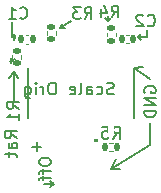
<source format=gbo>
%TF.GenerationSoftware,KiCad,Pcbnew,7.0.7*%
%TF.CreationDate,2023-12-15T10:30:33-05:00*%
%TF.ProjectId,Original Circle FES Device,4f726967-696e-4616-9c20-436972636c65,rev?*%
%TF.SameCoordinates,Original*%
%TF.FileFunction,Legend,Bot*%
%TF.FilePolarity,Positive*%
%FSLAX46Y46*%
G04 Gerber Fmt 4.6, Leading zero omitted, Abs format (unit mm)*
G04 Created by KiCad (PCBNEW 7.0.7) date 2023-12-15 10:30:33*
%MOMM*%
%LPD*%
G01*
G04 APERTURE LIST*
G04 Aperture macros list*
%AMRoundRect*
0 Rectangle with rounded corners*
0 $1 Rounding radius*
0 $2 $3 $4 $5 $6 $7 $8 $9 X,Y pos of 4 corners*
0 Add a 4 corners polygon primitive as box body*
4,1,4,$2,$3,$4,$5,$6,$7,$8,$9,$2,$3,0*
0 Add four circle primitives for the rounded corners*
1,1,$1+$1,$2,$3*
1,1,$1+$1,$4,$5*
1,1,$1+$1,$6,$7*
1,1,$1+$1,$8,$9*
0 Add four rect primitives between the rounded corners*
20,1,$1+$1,$2,$3,$4,$5,0*
20,1,$1+$1,$4,$5,$6,$7,0*
20,1,$1+$1,$6,$7,$8,$9,0*
20,1,$1+$1,$8,$9,$2,$3,0*%
G04 Aperture macros list end*
%ADD10C,0.150000*%
%ADD11C,0.120000*%
%ADD12C,0.152400*%
%ADD13C,1.200000*%
%ADD14C,1.500000*%
%ADD15C,1.600200*%
%ADD16RoundRect,0.140000X0.140000X0.170000X-0.140000X0.170000X-0.140000X-0.170000X0.140000X-0.170000X0*%
%ADD17RoundRect,0.140000X-0.140000X-0.170000X0.140000X-0.170000X0.140000X0.170000X-0.140000X0.170000X0*%
%ADD18RoundRect,0.135000X-0.185000X0.135000X-0.185000X-0.135000X0.185000X-0.135000X0.185000X0.135000X0*%
%ADD19R,0.558800X2.286000*%
%ADD20RoundRect,0.135000X0.185000X-0.135000X0.185000X0.135000X-0.185000X0.135000X-0.185000X-0.135000X0*%
%ADD21RoundRect,0.135000X0.135000X0.185000X-0.135000X0.185000X-0.135000X-0.185000X0.135000X-0.185000X0*%
G04 APERTURE END LIST*
D10*
X120650000Y-113284000D02*
X121412000Y-113284000D01*
X112395000Y-105029000D02*
X112776000Y-105537000D01*
X112268000Y-102108000D02*
X112522000Y-102108000D01*
X116459000Y-100965000D02*
X116332000Y-101346000D01*
X120396000Y-100711000D02*
X120650000Y-100457000D01*
X123952000Y-105664000D02*
X122605800Y-104711500D01*
X112395000Y-107442000D02*
X112395000Y-105029000D01*
X112522000Y-102108000D02*
X112395000Y-101854000D01*
X122605800Y-104711500D02*
X123317000Y-104648000D01*
X114935000Y-114554000D02*
X115824000Y-114554000D01*
X123952000Y-109347000D02*
X123952000Y-111252000D01*
X122936000Y-102108000D02*
X123190000Y-102362000D01*
X123698000Y-102108000D02*
X122936000Y-102108000D01*
X120650000Y-113284000D02*
X121031000Y-112395000D01*
X112395000Y-105029000D02*
X112014000Y-105537000D01*
X116332000Y-101346000D02*
X116713000Y-101346000D01*
X122936000Y-102108000D02*
X123190000Y-101854000D01*
X120396000Y-100711000D02*
X120396000Y-100330000D01*
X115824000Y-114554000D02*
X115443000Y-114300000D01*
X115824000Y-114554000D02*
X115443000Y-114808000D01*
X120396000Y-100711000D02*
X120142000Y-100457000D01*
X112522000Y-102108000D02*
X112395000Y-102362000D01*
X116332000Y-101346000D02*
X116459000Y-100965000D01*
X117221000Y-100711000D02*
X116332000Y-101346000D01*
X112268000Y-100838000D02*
X112268000Y-102108000D01*
X123952000Y-111252000D02*
X120650000Y-113284000D01*
X123698000Y-101473000D02*
X123698000Y-102108000D01*
X123190000Y-101854000D02*
X122936000Y-102108000D01*
X114725220Y-111375866D02*
X113963316Y-111375866D01*
X114344268Y-111756819D02*
X114344268Y-110994914D01*
X114566819Y-112541255D02*
X114566819Y-112731731D01*
X114566819Y-112731731D02*
X114614438Y-112826969D01*
X114614438Y-112826969D02*
X114709676Y-112922207D01*
X114709676Y-112922207D02*
X114900152Y-112969826D01*
X114900152Y-112969826D02*
X115233485Y-112969826D01*
X115233485Y-112969826D02*
X115423961Y-112922207D01*
X115423961Y-112922207D02*
X115519200Y-112826969D01*
X115519200Y-112826969D02*
X115566819Y-112731731D01*
X115566819Y-112731731D02*
X115566819Y-112541255D01*
X115566819Y-112541255D02*
X115519200Y-112446017D01*
X115519200Y-112446017D02*
X115423961Y-112350779D01*
X115423961Y-112350779D02*
X115233485Y-112303160D01*
X115233485Y-112303160D02*
X114900152Y-112303160D01*
X114900152Y-112303160D02*
X114709676Y-112350779D01*
X114709676Y-112350779D02*
X114614438Y-112446017D01*
X114614438Y-112446017D02*
X114566819Y-112541255D01*
X114900152Y-113255541D02*
X114900152Y-113636493D01*
X115566819Y-113398398D02*
X114709676Y-113398398D01*
X114709676Y-113398398D02*
X114614438Y-113446017D01*
X114614438Y-113446017D02*
X114566819Y-113541255D01*
X114566819Y-113541255D02*
X114566819Y-113636493D01*
X114900152Y-113826970D02*
X114900152Y-114207922D01*
X115566819Y-113969827D02*
X114709676Y-113969827D01*
X114709676Y-113969827D02*
X114614438Y-114017446D01*
X114614438Y-114017446D02*
X114566819Y-114112684D01*
X114566819Y-114112684D02*
X114566819Y-114207922D01*
X112645819Y-110636207D02*
X112169628Y-110302874D01*
X112645819Y-110064779D02*
X111645819Y-110064779D01*
X111645819Y-110064779D02*
X111645819Y-110445731D01*
X111645819Y-110445731D02*
X111693438Y-110540969D01*
X111693438Y-110540969D02*
X111741057Y-110588588D01*
X111741057Y-110588588D02*
X111836295Y-110636207D01*
X111836295Y-110636207D02*
X111979152Y-110636207D01*
X111979152Y-110636207D02*
X112074390Y-110588588D01*
X112074390Y-110588588D02*
X112122009Y-110540969D01*
X112122009Y-110540969D02*
X112169628Y-110445731D01*
X112169628Y-110445731D02*
X112169628Y-110064779D01*
X112645819Y-111493350D02*
X112122009Y-111493350D01*
X112122009Y-111493350D02*
X112026771Y-111445731D01*
X112026771Y-111445731D02*
X111979152Y-111350493D01*
X111979152Y-111350493D02*
X111979152Y-111160017D01*
X111979152Y-111160017D02*
X112026771Y-111064779D01*
X112598200Y-111493350D02*
X112645819Y-111398112D01*
X112645819Y-111398112D02*
X112645819Y-111160017D01*
X112645819Y-111160017D02*
X112598200Y-111064779D01*
X112598200Y-111064779D02*
X112502961Y-111017160D01*
X112502961Y-111017160D02*
X112407723Y-111017160D01*
X112407723Y-111017160D02*
X112312485Y-111064779D01*
X112312485Y-111064779D02*
X112264866Y-111160017D01*
X112264866Y-111160017D02*
X112264866Y-111398112D01*
X112264866Y-111398112D02*
X112217247Y-111493350D01*
X111979152Y-111826684D02*
X111979152Y-112207636D01*
X111645819Y-111969541D02*
X112502961Y-111969541D01*
X112502961Y-111969541D02*
X112598200Y-112017160D01*
X112598200Y-112017160D02*
X112645819Y-112112398D01*
X112645819Y-112112398D02*
X112645819Y-112207636D01*
X123504438Y-106778588D02*
X123456819Y-106683350D01*
X123456819Y-106683350D02*
X123456819Y-106540493D01*
X123456819Y-106540493D02*
X123504438Y-106397636D01*
X123504438Y-106397636D02*
X123599676Y-106302398D01*
X123599676Y-106302398D02*
X123694914Y-106254779D01*
X123694914Y-106254779D02*
X123885390Y-106207160D01*
X123885390Y-106207160D02*
X124028247Y-106207160D01*
X124028247Y-106207160D02*
X124218723Y-106254779D01*
X124218723Y-106254779D02*
X124313961Y-106302398D01*
X124313961Y-106302398D02*
X124409200Y-106397636D01*
X124409200Y-106397636D02*
X124456819Y-106540493D01*
X124456819Y-106540493D02*
X124456819Y-106635731D01*
X124456819Y-106635731D02*
X124409200Y-106778588D01*
X124409200Y-106778588D02*
X124361580Y-106826207D01*
X124361580Y-106826207D02*
X124028247Y-106826207D01*
X124028247Y-106826207D02*
X124028247Y-106635731D01*
X124456819Y-107254779D02*
X123456819Y-107254779D01*
X123456819Y-107254779D02*
X124456819Y-107826207D01*
X124456819Y-107826207D02*
X123456819Y-107826207D01*
X124456819Y-108302398D02*
X123456819Y-108302398D01*
X123456819Y-108302398D02*
X123456819Y-108540493D01*
X123456819Y-108540493D02*
X123504438Y-108683350D01*
X123504438Y-108683350D02*
X123599676Y-108778588D01*
X123599676Y-108778588D02*
X123694914Y-108826207D01*
X123694914Y-108826207D02*
X123885390Y-108873826D01*
X123885390Y-108873826D02*
X124028247Y-108873826D01*
X124028247Y-108873826D02*
X124218723Y-108826207D01*
X124218723Y-108826207D02*
X124313961Y-108778588D01*
X124313961Y-108778588D02*
X124409200Y-108683350D01*
X124409200Y-108683350D02*
X124456819Y-108540493D01*
X124456819Y-108540493D02*
X124456819Y-108302398D01*
X120868839Y-106883200D02*
X120725982Y-106930819D01*
X120725982Y-106930819D02*
X120487887Y-106930819D01*
X120487887Y-106930819D02*
X120392649Y-106883200D01*
X120392649Y-106883200D02*
X120345030Y-106835580D01*
X120345030Y-106835580D02*
X120297411Y-106740342D01*
X120297411Y-106740342D02*
X120297411Y-106645104D01*
X120297411Y-106645104D02*
X120345030Y-106549866D01*
X120345030Y-106549866D02*
X120392649Y-106502247D01*
X120392649Y-106502247D02*
X120487887Y-106454628D01*
X120487887Y-106454628D02*
X120678363Y-106407009D01*
X120678363Y-106407009D02*
X120773601Y-106359390D01*
X120773601Y-106359390D02*
X120821220Y-106311771D01*
X120821220Y-106311771D02*
X120868839Y-106216533D01*
X120868839Y-106216533D02*
X120868839Y-106121295D01*
X120868839Y-106121295D02*
X120821220Y-106026057D01*
X120821220Y-106026057D02*
X120773601Y-105978438D01*
X120773601Y-105978438D02*
X120678363Y-105930819D01*
X120678363Y-105930819D02*
X120440268Y-105930819D01*
X120440268Y-105930819D02*
X120297411Y-105978438D01*
X119440268Y-106883200D02*
X119535506Y-106930819D01*
X119535506Y-106930819D02*
X119725982Y-106930819D01*
X119725982Y-106930819D02*
X119821220Y-106883200D01*
X119821220Y-106883200D02*
X119868839Y-106835580D01*
X119868839Y-106835580D02*
X119916458Y-106740342D01*
X119916458Y-106740342D02*
X119916458Y-106454628D01*
X119916458Y-106454628D02*
X119868839Y-106359390D01*
X119868839Y-106359390D02*
X119821220Y-106311771D01*
X119821220Y-106311771D02*
X119725982Y-106264152D01*
X119725982Y-106264152D02*
X119535506Y-106264152D01*
X119535506Y-106264152D02*
X119440268Y-106311771D01*
X118583125Y-106930819D02*
X118583125Y-106407009D01*
X118583125Y-106407009D02*
X118630744Y-106311771D01*
X118630744Y-106311771D02*
X118725982Y-106264152D01*
X118725982Y-106264152D02*
X118916458Y-106264152D01*
X118916458Y-106264152D02*
X119011696Y-106311771D01*
X118583125Y-106883200D02*
X118678363Y-106930819D01*
X118678363Y-106930819D02*
X118916458Y-106930819D01*
X118916458Y-106930819D02*
X119011696Y-106883200D01*
X119011696Y-106883200D02*
X119059315Y-106787961D01*
X119059315Y-106787961D02*
X119059315Y-106692723D01*
X119059315Y-106692723D02*
X119011696Y-106597485D01*
X119011696Y-106597485D02*
X118916458Y-106549866D01*
X118916458Y-106549866D02*
X118678363Y-106549866D01*
X118678363Y-106549866D02*
X118583125Y-106502247D01*
X117964077Y-106930819D02*
X118059315Y-106883200D01*
X118059315Y-106883200D02*
X118106934Y-106787961D01*
X118106934Y-106787961D02*
X118106934Y-105930819D01*
X117202172Y-106883200D02*
X117297410Y-106930819D01*
X117297410Y-106930819D02*
X117487886Y-106930819D01*
X117487886Y-106930819D02*
X117583124Y-106883200D01*
X117583124Y-106883200D02*
X117630743Y-106787961D01*
X117630743Y-106787961D02*
X117630743Y-106407009D01*
X117630743Y-106407009D02*
X117583124Y-106311771D01*
X117583124Y-106311771D02*
X117487886Y-106264152D01*
X117487886Y-106264152D02*
X117297410Y-106264152D01*
X117297410Y-106264152D02*
X117202172Y-106311771D01*
X117202172Y-106311771D02*
X117154553Y-106407009D01*
X117154553Y-106407009D02*
X117154553Y-106502247D01*
X117154553Y-106502247D02*
X117630743Y-106597485D01*
X115773600Y-105930819D02*
X115583124Y-105930819D01*
X115583124Y-105930819D02*
X115487886Y-105978438D01*
X115487886Y-105978438D02*
X115392648Y-106073676D01*
X115392648Y-106073676D02*
X115345029Y-106264152D01*
X115345029Y-106264152D02*
X115345029Y-106597485D01*
X115345029Y-106597485D02*
X115392648Y-106787961D01*
X115392648Y-106787961D02*
X115487886Y-106883200D01*
X115487886Y-106883200D02*
X115583124Y-106930819D01*
X115583124Y-106930819D02*
X115773600Y-106930819D01*
X115773600Y-106930819D02*
X115868838Y-106883200D01*
X115868838Y-106883200D02*
X115964076Y-106787961D01*
X115964076Y-106787961D02*
X116011695Y-106597485D01*
X116011695Y-106597485D02*
X116011695Y-106264152D01*
X116011695Y-106264152D02*
X115964076Y-106073676D01*
X115964076Y-106073676D02*
X115868838Y-105978438D01*
X115868838Y-105978438D02*
X115773600Y-105930819D01*
X114916457Y-106930819D02*
X114916457Y-106264152D01*
X114916457Y-106454628D02*
X114868838Y-106359390D01*
X114868838Y-106359390D02*
X114821219Y-106311771D01*
X114821219Y-106311771D02*
X114725981Y-106264152D01*
X114725981Y-106264152D02*
X114630743Y-106264152D01*
X114297409Y-106930819D02*
X114297409Y-106264152D01*
X114297409Y-105930819D02*
X114345028Y-105978438D01*
X114345028Y-105978438D02*
X114297409Y-106026057D01*
X114297409Y-106026057D02*
X114249790Y-105978438D01*
X114249790Y-105978438D02*
X114297409Y-105930819D01*
X114297409Y-105930819D02*
X114297409Y-106026057D01*
X113392648Y-106264152D02*
X113392648Y-107073676D01*
X113392648Y-107073676D02*
X113440267Y-107168914D01*
X113440267Y-107168914D02*
X113487886Y-107216533D01*
X113487886Y-107216533D02*
X113583124Y-107264152D01*
X113583124Y-107264152D02*
X113725981Y-107264152D01*
X113725981Y-107264152D02*
X113821219Y-107216533D01*
X113392648Y-106883200D02*
X113487886Y-106930819D01*
X113487886Y-106930819D02*
X113678362Y-106930819D01*
X113678362Y-106930819D02*
X113773600Y-106883200D01*
X113773600Y-106883200D02*
X113821219Y-106835580D01*
X113821219Y-106835580D02*
X113868838Y-106740342D01*
X113868838Y-106740342D02*
X113868838Y-106454628D01*
X113868838Y-106454628D02*
X113821219Y-106359390D01*
X113821219Y-106359390D02*
X113773600Y-106311771D01*
X113773600Y-106311771D02*
X113678362Y-106264152D01*
X113678362Y-106264152D02*
X113487886Y-106264152D01*
X113487886Y-106264152D02*
X113392648Y-106311771D01*
X123737666Y-101070580D02*
X123785285Y-101118200D01*
X123785285Y-101118200D02*
X123928142Y-101165819D01*
X123928142Y-101165819D02*
X124023380Y-101165819D01*
X124023380Y-101165819D02*
X124166237Y-101118200D01*
X124166237Y-101118200D02*
X124261475Y-101022961D01*
X124261475Y-101022961D02*
X124309094Y-100927723D01*
X124309094Y-100927723D02*
X124356713Y-100737247D01*
X124356713Y-100737247D02*
X124356713Y-100594390D01*
X124356713Y-100594390D02*
X124309094Y-100403914D01*
X124309094Y-100403914D02*
X124261475Y-100308676D01*
X124261475Y-100308676D02*
X124166237Y-100213438D01*
X124166237Y-100213438D02*
X124023380Y-100165819D01*
X124023380Y-100165819D02*
X123928142Y-100165819D01*
X123928142Y-100165819D02*
X123785285Y-100213438D01*
X123785285Y-100213438D02*
X123737666Y-100261057D01*
X123356713Y-100261057D02*
X123309094Y-100213438D01*
X123309094Y-100213438D02*
X123213856Y-100165819D01*
X123213856Y-100165819D02*
X122975761Y-100165819D01*
X122975761Y-100165819D02*
X122880523Y-100213438D01*
X122880523Y-100213438D02*
X122832904Y-100261057D01*
X122832904Y-100261057D02*
X122785285Y-100356295D01*
X122785285Y-100356295D02*
X122785285Y-100451533D01*
X122785285Y-100451533D02*
X122832904Y-100594390D01*
X122832904Y-100594390D02*
X123404332Y-101165819D01*
X123404332Y-101165819D02*
X122785285Y-101165819D01*
X112942666Y-100435580D02*
X112990285Y-100483200D01*
X112990285Y-100483200D02*
X113133142Y-100530819D01*
X113133142Y-100530819D02*
X113228380Y-100530819D01*
X113228380Y-100530819D02*
X113371237Y-100483200D01*
X113371237Y-100483200D02*
X113466475Y-100387961D01*
X113466475Y-100387961D02*
X113514094Y-100292723D01*
X113514094Y-100292723D02*
X113561713Y-100102247D01*
X113561713Y-100102247D02*
X113561713Y-99959390D01*
X113561713Y-99959390D02*
X113514094Y-99768914D01*
X113514094Y-99768914D02*
X113466475Y-99673676D01*
X113466475Y-99673676D02*
X113371237Y-99578438D01*
X113371237Y-99578438D02*
X113228380Y-99530819D01*
X113228380Y-99530819D02*
X113133142Y-99530819D01*
X113133142Y-99530819D02*
X112990285Y-99578438D01*
X112990285Y-99578438D02*
X112942666Y-99626057D01*
X111990285Y-100530819D02*
X112561713Y-100530819D01*
X112275999Y-100530819D02*
X112275999Y-99530819D01*
X112275999Y-99530819D02*
X112371237Y-99673676D01*
X112371237Y-99673676D02*
X112466475Y-99768914D01*
X112466475Y-99768914D02*
X112561713Y-99816533D01*
X120689666Y-100403819D02*
X121022999Y-99927628D01*
X121261094Y-100403819D02*
X121261094Y-99403819D01*
X121261094Y-99403819D02*
X120880142Y-99403819D01*
X120880142Y-99403819D02*
X120784904Y-99451438D01*
X120784904Y-99451438D02*
X120737285Y-99499057D01*
X120737285Y-99499057D02*
X120689666Y-99594295D01*
X120689666Y-99594295D02*
X120689666Y-99737152D01*
X120689666Y-99737152D02*
X120737285Y-99832390D01*
X120737285Y-99832390D02*
X120784904Y-99880009D01*
X120784904Y-99880009D02*
X120880142Y-99927628D01*
X120880142Y-99927628D02*
X121261094Y-99927628D01*
X119832523Y-99737152D02*
X119832523Y-100403819D01*
X120070618Y-99356200D02*
X120308713Y-100070485D01*
X120308713Y-100070485D02*
X119689666Y-100070485D01*
X112053019Y-104063800D02*
X112291114Y-104063800D01*
X112195876Y-103825705D02*
X112291114Y-104063800D01*
X112291114Y-104063800D02*
X112195876Y-104301895D01*
X112481590Y-103920943D02*
X112291114Y-104063800D01*
X112291114Y-104063800D02*
X112481590Y-104206657D01*
X112053019Y-104063800D02*
X112291114Y-104063800D01*
X112195876Y-103825705D02*
X112291114Y-104063800D01*
X112291114Y-104063800D02*
X112195876Y-104301895D01*
X112481590Y-103920943D02*
X112291114Y-104063800D01*
X112291114Y-104063800D02*
X112481590Y-104206657D01*
X112849819Y-108164333D02*
X112373628Y-107831000D01*
X112849819Y-107592905D02*
X111849819Y-107592905D01*
X111849819Y-107592905D02*
X111849819Y-107973857D01*
X111849819Y-107973857D02*
X111897438Y-108069095D01*
X111897438Y-108069095D02*
X111945057Y-108116714D01*
X111945057Y-108116714D02*
X112040295Y-108164333D01*
X112040295Y-108164333D02*
X112183152Y-108164333D01*
X112183152Y-108164333D02*
X112278390Y-108116714D01*
X112278390Y-108116714D02*
X112326009Y-108069095D01*
X112326009Y-108069095D02*
X112373628Y-107973857D01*
X112373628Y-107973857D02*
X112373628Y-107592905D01*
X112849819Y-109116714D02*
X112849819Y-108545286D01*
X112849819Y-108831000D02*
X111849819Y-108831000D01*
X111849819Y-108831000D02*
X111992676Y-108735762D01*
X111992676Y-108735762D02*
X112087914Y-108640524D01*
X112087914Y-108640524D02*
X112135533Y-108545286D01*
X118403666Y-100530819D02*
X118736999Y-100054628D01*
X118975094Y-100530819D02*
X118975094Y-99530819D01*
X118975094Y-99530819D02*
X118594142Y-99530819D01*
X118594142Y-99530819D02*
X118498904Y-99578438D01*
X118498904Y-99578438D02*
X118451285Y-99626057D01*
X118451285Y-99626057D02*
X118403666Y-99721295D01*
X118403666Y-99721295D02*
X118403666Y-99864152D01*
X118403666Y-99864152D02*
X118451285Y-99959390D01*
X118451285Y-99959390D02*
X118498904Y-100007009D01*
X118498904Y-100007009D02*
X118594142Y-100054628D01*
X118594142Y-100054628D02*
X118975094Y-100054628D01*
X118070332Y-99530819D02*
X117451285Y-99530819D01*
X117451285Y-99530819D02*
X117784618Y-99911771D01*
X117784618Y-99911771D02*
X117641761Y-99911771D01*
X117641761Y-99911771D02*
X117546523Y-99959390D01*
X117546523Y-99959390D02*
X117498904Y-100007009D01*
X117498904Y-100007009D02*
X117451285Y-100102247D01*
X117451285Y-100102247D02*
X117451285Y-100340342D01*
X117451285Y-100340342D02*
X117498904Y-100435580D01*
X117498904Y-100435580D02*
X117546523Y-100483200D01*
X117546523Y-100483200D02*
X117641761Y-100530819D01*
X117641761Y-100530819D02*
X117927475Y-100530819D01*
X117927475Y-100530819D02*
X118022713Y-100483200D01*
X118022713Y-100483200D02*
X118070332Y-100435580D01*
X120816666Y-110663819D02*
X121149999Y-110187628D01*
X121388094Y-110663819D02*
X121388094Y-109663819D01*
X121388094Y-109663819D02*
X121007142Y-109663819D01*
X121007142Y-109663819D02*
X120911904Y-109711438D01*
X120911904Y-109711438D02*
X120864285Y-109759057D01*
X120864285Y-109759057D02*
X120816666Y-109854295D01*
X120816666Y-109854295D02*
X120816666Y-109997152D01*
X120816666Y-109997152D02*
X120864285Y-110092390D01*
X120864285Y-110092390D02*
X120911904Y-110140009D01*
X120911904Y-110140009D02*
X121007142Y-110187628D01*
X121007142Y-110187628D02*
X121388094Y-110187628D01*
X119911904Y-109663819D02*
X120388094Y-109663819D01*
X120388094Y-109663819D02*
X120435713Y-110140009D01*
X120435713Y-110140009D02*
X120388094Y-110092390D01*
X120388094Y-110092390D02*
X120292856Y-110044771D01*
X120292856Y-110044771D02*
X120054761Y-110044771D01*
X120054761Y-110044771D02*
X119959523Y-110092390D01*
X119959523Y-110092390D02*
X119911904Y-110140009D01*
X119911904Y-110140009D02*
X119864285Y-110235247D01*
X119864285Y-110235247D02*
X119864285Y-110473342D01*
X119864285Y-110473342D02*
X119911904Y-110568580D01*
X119911904Y-110568580D02*
X119959523Y-110616200D01*
X119959523Y-110616200D02*
X120054761Y-110663819D01*
X120054761Y-110663819D02*
X120292856Y-110663819D01*
X120292856Y-110663819D02*
X120388094Y-110616200D01*
X120388094Y-110616200D02*
X120435713Y-110568580D01*
D11*
%TO.C,C2*%
X122154836Y-102595000D02*
X121939164Y-102595000D01*
X122154836Y-101875000D02*
X121939164Y-101875000D01*
%TO.C,C1*%
X113430164Y-101900400D02*
X113645836Y-101900400D01*
X113430164Y-102620400D02*
X113645836Y-102620400D01*
%TO.C,R4*%
X121030000Y-101700359D02*
X121030000Y-102007641D01*
X120270000Y-101700359D02*
X120270000Y-102007641D01*
D12*
%TO.C,U1*%
X122605800Y-104711500D02*
X122605800Y-108953300D01*
X113614200Y-108953300D02*
X113614200Y-104711500D01*
G36*
X119570500Y-110998000D02*
G01*
X119189500Y-110998000D01*
X119189500Y-110744000D01*
X119570500Y-110744000D01*
X119570500Y-110998000D01*
G37*
D11*
%TO.C,R1*%
X112269000Y-103912641D02*
X112269000Y-103605359D01*
X113029000Y-103912641D02*
X113029000Y-103605359D01*
%TO.C,R3*%
X115190000Y-101880641D02*
X115190000Y-101573359D01*
X115950000Y-101880641D02*
X115950000Y-101573359D01*
%TO.C,R5*%
X120803641Y-111759000D02*
X120496359Y-111759000D01*
X120803641Y-110999000D02*
X120496359Y-110999000D01*
%TD*%
%LPC*%
D13*
%TO.C,RAT*%
X113284000Y-113284000D03*
D14*
X113284000Y-113284000D03*
%TD*%
D13*
%TO.C,ON*%
X116840000Y-113792000D03*
D14*
X116840000Y-113792000D03*
%TD*%
D13*
%TO.C,GND*%
X119380000Y-113792000D03*
D14*
X119380000Y-113792000D03*
%TD*%
D15*
%TO.C,+*%
X118110000Y-101760000D03*
X118110000Y-111760000D03*
%TD*%
D16*
%TO.C,C2*%
X122527000Y-102235000D03*
X121567000Y-102235000D03*
%TD*%
D17*
%TO.C,C1*%
X113058000Y-102260400D03*
X114018000Y-102260400D03*
%TD*%
D18*
%TO.C,R4*%
X120650000Y-101344000D03*
X120650000Y-102364000D03*
%TD*%
D19*
%TO.C,U1*%
X114300000Y-104317800D03*
X115570000Y-104317800D03*
X116840000Y-104317800D03*
X118110000Y-104317800D03*
X119380000Y-104317800D03*
X120650000Y-104317800D03*
X121920000Y-104317800D03*
X121920000Y-109347000D03*
X120650000Y-109347000D03*
X119380000Y-109347000D03*
X118110000Y-109347000D03*
X116840000Y-109347000D03*
X115570000Y-109347000D03*
X114300000Y-109347000D03*
%TD*%
D20*
%TO.C,R1*%
X112649000Y-104269000D03*
X112649000Y-103249000D03*
%TD*%
%TO.C,R3*%
X115570000Y-102237000D03*
X115570000Y-101217000D03*
%TD*%
D21*
%TO.C,R5*%
X121160000Y-111379000D03*
X120140000Y-111379000D03*
%TD*%
%LPD*%
M02*

</source>
